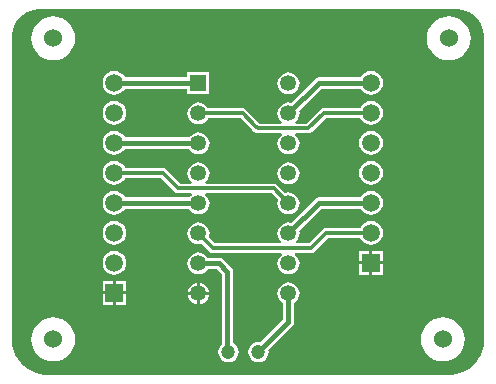
<source format=gtl>
G04*
G04 #@! TF.GenerationSoftware,Altium Limited,Altium Designer,20.1.8 (145)*
G04*
G04 Layer_Physical_Order=1*
G04 Layer_Color=255*
%FSAX24Y24*%
%MOIN*%
G70*
G04*
G04 #@! TF.SameCoordinates,338F7E7C-1A28-4B59-A632-54628AB16209*
G04*
G04*
G04 #@! TF.FilePolarity,Positive*
G04*
G01*
G75*
%ADD12C,0.0100*%
%ADD19C,0.0120*%
%ADD20C,0.0180*%
%ADD21C,0.0531*%
%ADD22R,0.0531X0.0531*%
%ADD23C,0.0600*%
%ADD24C,0.0591*%
%ADD25R,0.0591X0.0591*%
%ADD26C,0.0472*%
G36*
X038673Y031065D02*
X038852Y030990D01*
X039013Y030883D01*
X039150Y030746D01*
X039258Y030584D01*
X039332Y030405D01*
X039370Y030215D01*
X039370Y030118D01*
X039370Y030118D01*
X039370Y030118D01*
X039370Y020079D01*
X039370Y020001D01*
X039350Y019848D01*
X039310Y019698D01*
X039251Y019555D01*
X039173Y019421D01*
X039079Y019298D01*
X038969Y019189D01*
X038847Y019095D01*
X038712Y019017D01*
X038569Y018958D01*
X038420Y018918D01*
X038266Y018898D01*
X038189Y018898D01*
X024803Y018898D01*
X024726D01*
X024572Y018918D01*
X024423Y018958D01*
X024280Y019017D01*
X024146Y019095D01*
X024023Y019189D01*
X023913Y019298D01*
X023819Y019421D01*
X023742Y019555D01*
X023682Y019698D01*
X023642Y019848D01*
X023622Y020001D01*
Y020079D01*
X023622Y030118D01*
Y030215D01*
X023660Y030405D01*
X023734Y030584D01*
X023842Y030746D01*
X023979Y030883D01*
X024140Y030990D01*
X024319Y031065D01*
X024509Y031102D01*
X024606Y031102D01*
X024606Y031102D01*
X038386Y031102D01*
X038483Y031102D01*
X038673Y031065D01*
D02*
G37*
%LPC*%
G36*
X038189Y030852D02*
X038046Y030837D01*
X037908Y030796D01*
X037781Y030728D01*
X037670Y030637D01*
X037579Y030526D01*
X037511Y030399D01*
X037470Y030261D01*
X037456Y030118D01*
X037470Y029975D01*
X037511Y029837D01*
X037579Y029711D01*
X037670Y029599D01*
X037781Y029508D01*
X037908Y029440D01*
X038046Y029399D01*
X038189Y029385D01*
X038332Y029399D01*
X038470Y029440D01*
X038596Y029508D01*
X038708Y029599D01*
X038799Y029711D01*
X038867Y029837D01*
X038908Y029975D01*
X038922Y030118D01*
X038908Y030261D01*
X038867Y030399D01*
X038799Y030526D01*
X038708Y030637D01*
X038596Y030728D01*
X038470Y030796D01*
X038332Y030837D01*
X038189Y030852D01*
D02*
G37*
G36*
X025000D02*
X024857Y030837D01*
X024719Y030796D01*
X024593Y030728D01*
X024481Y030637D01*
X024390Y030526D01*
X024322Y030399D01*
X024281Y030261D01*
X024267Y030118D01*
X024281Y029975D01*
X024322Y029837D01*
X024390Y029711D01*
X024481Y029599D01*
X024593Y029508D01*
X024719Y029440D01*
X024857Y029399D01*
X025000Y029385D01*
X025143Y029399D01*
X025281Y029440D01*
X025407Y029508D01*
X025519Y029599D01*
X025610Y029711D01*
X025678Y029837D01*
X025719Y029975D01*
X025733Y030118D01*
X025719Y030261D01*
X025678Y030399D01*
X025610Y030526D01*
X025519Y030637D01*
X025407Y030728D01*
X025281Y030796D01*
X025143Y030837D01*
X025000Y030852D01*
D02*
G37*
G36*
X027044Y029028D02*
X026941Y029014D01*
X026844Y028974D01*
X026762Y028911D01*
X026698Y028828D01*
X026659Y028732D01*
X026645Y028629D01*
X026659Y028526D01*
X026698Y028430D01*
X026762Y028347D01*
X026844Y028284D01*
X026941Y028244D01*
X027044Y028230D01*
X027147Y028244D01*
X027243Y028284D01*
X027326Y028347D01*
X027389Y028430D01*
X027391Y028435D01*
X029478D01*
Y028247D01*
X030209D01*
Y028978D01*
X029478D01*
Y028823D01*
X027391D01*
X027389Y028828D01*
X027326Y028911D01*
X027243Y028974D01*
X027147Y029014D01*
X027044Y029028D01*
D02*
G37*
G36*
X032844Y028981D02*
X032748Y028969D01*
X032659Y028932D01*
X032583Y028873D01*
X032524Y028797D01*
X032487Y028708D01*
X032475Y028613D01*
X032487Y028517D01*
X032524Y028428D01*
X032583Y028352D01*
X032659Y028293D01*
X032748Y028256D01*
X032844Y028244D01*
X032939Y028256D01*
X033028Y028293D01*
X033105Y028352D01*
X033163Y028428D01*
X033200Y028517D01*
X033213Y028613D01*
X033200Y028708D01*
X033163Y028797D01*
X033105Y028873D01*
X033028Y028932D01*
X032939Y028969D01*
X032844Y028981D01*
D02*
G37*
G36*
X035594Y029028D02*
X035491Y029014D01*
X035394Y028974D01*
X035312Y028911D01*
X035248Y028828D01*
X035246Y028823D01*
X033860D01*
X033786Y028808D01*
X033723Y028766D01*
X032928Y027970D01*
X032844Y027982D01*
X032748Y027969D01*
X032659Y027932D01*
X032583Y027873D01*
X032524Y027797D01*
X032487Y027708D01*
X032475Y027613D01*
X032487Y027517D01*
X032524Y027428D01*
X032583Y027352D01*
X032620Y027323D01*
X032603Y027273D01*
X031888D01*
X031433Y027728D01*
X031380Y027763D01*
X031317Y027776D01*
X030172D01*
X030163Y027797D01*
X030105Y027873D01*
X030028Y027932D01*
X029939Y027969D01*
X029844Y027982D01*
X029748Y027969D01*
X029659Y027932D01*
X029583Y027873D01*
X029524Y027797D01*
X029487Y027708D01*
X029475Y027613D01*
X029487Y027517D01*
X029524Y027428D01*
X029583Y027352D01*
X029659Y027293D01*
X029748Y027256D01*
X029844Y027244D01*
X029939Y027256D01*
X030028Y027293D01*
X030105Y027352D01*
X030163Y027428D01*
X030172Y027449D01*
X031250D01*
X031625Y027074D01*
X031705Y026995D01*
X031758Y026959D01*
X031820Y026947D01*
X032596D01*
X032613Y026897D01*
X032583Y026873D01*
X032524Y026797D01*
X032487Y026708D01*
X032475Y026613D01*
X032487Y026517D01*
X032524Y026428D01*
X032583Y026352D01*
X032659Y026293D01*
X032748Y026256D01*
X032844Y026244D01*
X032939Y026256D01*
X033028Y026293D01*
X033105Y026352D01*
X033163Y026428D01*
X033200Y026517D01*
X033213Y026613D01*
X033200Y026708D01*
X033163Y026797D01*
X033105Y026873D01*
X033074Y026897D01*
X033091Y026947D01*
X033510D01*
X033572Y026959D01*
X033625Y026995D01*
X034097Y027466D01*
X035233D01*
X035248Y027430D01*
X035312Y027347D01*
X035394Y027284D01*
X035491Y027244D01*
X035594Y027230D01*
X035697Y027244D01*
X035793Y027284D01*
X035876Y027347D01*
X035939Y027430D01*
X035979Y027526D01*
X035992Y027629D01*
X035979Y027732D01*
X035939Y027828D01*
X035876Y027911D01*
X035793Y027974D01*
X035697Y028014D01*
X035594Y028028D01*
X035491Y028014D01*
X035394Y027974D01*
X035312Y027911D01*
X035248Y027828D01*
X035233Y027792D01*
X034029D01*
X033967Y027780D01*
X033914Y027744D01*
X033442Y027273D01*
X033084D01*
X033067Y027323D01*
X033105Y027352D01*
X033163Y027428D01*
X033200Y027517D01*
X033213Y027613D01*
X033202Y027696D01*
X033940Y028435D01*
X035246D01*
X035248Y028430D01*
X035312Y028347D01*
X035394Y028284D01*
X035491Y028244D01*
X035594Y028230D01*
X035697Y028244D01*
X035793Y028284D01*
X035876Y028347D01*
X035939Y028430D01*
X035979Y028526D01*
X035992Y028629D01*
X035979Y028732D01*
X035939Y028828D01*
X035876Y028911D01*
X035793Y028974D01*
X035697Y029014D01*
X035594Y029028D01*
D02*
G37*
G36*
X027044Y028028D02*
X026941Y028014D01*
X026844Y027974D01*
X026762Y027911D01*
X026698Y027828D01*
X026659Y027732D01*
X026645Y027629D01*
X026659Y027526D01*
X026698Y027430D01*
X026762Y027347D01*
X026844Y027284D01*
X026941Y027244D01*
X027044Y027230D01*
X027147Y027244D01*
X027243Y027284D01*
X027326Y027347D01*
X027389Y027430D01*
X027429Y027526D01*
X027442Y027629D01*
X027429Y027732D01*
X027389Y027828D01*
X027326Y027911D01*
X027243Y027974D01*
X027147Y028014D01*
X027044Y028028D01*
D02*
G37*
G36*
Y027028D02*
X026941Y027014D01*
X026844Y026974D01*
X026762Y026911D01*
X026698Y026828D01*
X026659Y026732D01*
X026645Y026629D01*
X026659Y026526D01*
X026698Y026430D01*
X026762Y026347D01*
X026844Y026284D01*
X026941Y026244D01*
X027044Y026230D01*
X027147Y026244D01*
X027243Y026284D01*
X027326Y026347D01*
X027387Y026427D01*
X029525D01*
X029583Y026352D01*
X029659Y026293D01*
X029748Y026256D01*
X029844Y026244D01*
X029939Y026256D01*
X030028Y026293D01*
X030105Y026352D01*
X030163Y026428D01*
X030200Y026517D01*
X030213Y026613D01*
X030200Y026708D01*
X030163Y026797D01*
X030105Y026873D01*
X030028Y026932D01*
X029939Y026969D01*
X029844Y026981D01*
X029748Y026969D01*
X029659Y026932D01*
X029583Y026873D01*
X029538Y026814D01*
X027395D01*
X027389Y026828D01*
X027326Y026911D01*
X027243Y026974D01*
X027147Y027014D01*
X027044Y027028D01*
D02*
G37*
G36*
X035594D02*
X035491Y027014D01*
X035394Y026974D01*
X035312Y026911D01*
X035248Y026828D01*
X035209Y026732D01*
X035195Y026629D01*
X035209Y026526D01*
X035248Y026430D01*
X035312Y026347D01*
X035394Y026284D01*
X035491Y026244D01*
X035594Y026230D01*
X035697Y026244D01*
X035793Y026284D01*
X035876Y026347D01*
X035939Y026430D01*
X035979Y026526D01*
X035992Y026629D01*
X035979Y026732D01*
X035939Y026828D01*
X035876Y026911D01*
X035793Y026974D01*
X035697Y027014D01*
X035594Y027028D01*
D02*
G37*
G36*
X032844Y025982D02*
X032748Y025969D01*
X032659Y025932D01*
X032583Y025873D01*
X032524Y025797D01*
X032487Y025708D01*
X032475Y025613D01*
X032487Y025517D01*
X032524Y025428D01*
X032583Y025352D01*
X032659Y025293D01*
X032748Y025256D01*
X032844Y025244D01*
X032939Y025256D01*
X033028Y025293D01*
X033105Y025352D01*
X033163Y025428D01*
X033200Y025517D01*
X033213Y025613D01*
X033200Y025708D01*
X033163Y025797D01*
X033105Y025873D01*
X033028Y025932D01*
X032939Y025969D01*
X032844Y025982D01*
D02*
G37*
G36*
X035594Y026028D02*
X035491Y026014D01*
X035394Y025974D01*
X035312Y025911D01*
X035248Y025828D01*
X035209Y025732D01*
X035195Y025629D01*
X035209Y025526D01*
X035248Y025430D01*
X035312Y025347D01*
X035394Y025284D01*
X035491Y025244D01*
X035594Y025230D01*
X035697Y025244D01*
X035793Y025284D01*
X035876Y025347D01*
X035939Y025430D01*
X035979Y025526D01*
X035992Y025629D01*
X035979Y025732D01*
X035939Y025828D01*
X035876Y025911D01*
X035793Y025974D01*
X035697Y026014D01*
X035594Y026028D01*
D02*
G37*
G36*
X027044D02*
X026941Y026014D01*
X026844Y025974D01*
X026762Y025911D01*
X026698Y025828D01*
X026659Y025732D01*
X026645Y025629D01*
X026659Y025526D01*
X026698Y025430D01*
X026762Y025347D01*
X026844Y025284D01*
X026941Y025244D01*
X027044Y025230D01*
X027147Y025244D01*
X027243Y025284D01*
X027326Y025347D01*
X027389Y025430D01*
X027404Y025466D01*
X028583D01*
X029055Y024995D01*
X029108Y024959D01*
X029170Y024947D01*
X029596D01*
X029613Y024897D01*
X029583Y024873D01*
X029538Y024814D01*
X027395D01*
X027389Y024828D01*
X027326Y024911D01*
X027243Y024974D01*
X027147Y025014D01*
X027044Y025028D01*
X026941Y025014D01*
X026844Y024974D01*
X026762Y024911D01*
X026698Y024828D01*
X026659Y024732D01*
X026645Y024629D01*
X026659Y024526D01*
X026698Y024430D01*
X026762Y024347D01*
X026844Y024284D01*
X026941Y024244D01*
X027044Y024230D01*
X027147Y024244D01*
X027243Y024284D01*
X027326Y024347D01*
X027387Y024427D01*
X029525D01*
X029583Y024352D01*
X029659Y024293D01*
X029748Y024256D01*
X029844Y024244D01*
X029939Y024256D01*
X030028Y024293D01*
X030105Y024352D01*
X030163Y024428D01*
X030200Y024517D01*
X030213Y024613D01*
X030200Y024708D01*
X030163Y024797D01*
X030105Y024873D01*
X030074Y024897D01*
X030091Y024947D01*
X032279D01*
X032496Y024729D01*
X032487Y024708D01*
X032475Y024613D01*
X032487Y024517D01*
X032524Y024428D01*
X032583Y024352D01*
X032659Y024293D01*
X032748Y024256D01*
X032844Y024244D01*
X032939Y024256D01*
X033028Y024293D01*
X033105Y024352D01*
X033163Y024428D01*
X033200Y024517D01*
X033213Y024613D01*
X033200Y024708D01*
X033163Y024797D01*
X033105Y024873D01*
X033028Y024932D01*
X032939Y024969D01*
X032844Y024982D01*
X032748Y024969D01*
X032727Y024960D01*
X032462Y025225D01*
X032409Y025261D01*
X032346Y025273D01*
X030084D01*
X030067Y025323D01*
X030105Y025352D01*
X030163Y025428D01*
X030200Y025517D01*
X030213Y025613D01*
X030200Y025708D01*
X030163Y025797D01*
X030105Y025873D01*
X030028Y025932D01*
X029939Y025969D01*
X029844Y025982D01*
X029748Y025969D01*
X029659Y025932D01*
X029583Y025873D01*
X029524Y025797D01*
X029487Y025708D01*
X029475Y025613D01*
X029487Y025517D01*
X029524Y025428D01*
X029583Y025352D01*
X029620Y025323D01*
X029603Y025273D01*
X029238D01*
X028766Y025744D01*
X028713Y025780D01*
X028651Y025792D01*
X027404D01*
X027389Y025828D01*
X027326Y025911D01*
X027243Y025974D01*
X027147Y026014D01*
X027044Y026028D01*
D02*
G37*
G36*
X035594Y025028D02*
X035491Y025014D01*
X035394Y024974D01*
X035312Y024911D01*
X035248Y024828D01*
X035246Y024823D01*
X033860D01*
X033786Y024808D01*
X033723Y024766D01*
X032928Y023970D01*
X032844Y023981D01*
X032748Y023969D01*
X032659Y023932D01*
X032583Y023873D01*
X032524Y023797D01*
X032487Y023708D01*
X032475Y023613D01*
X032487Y023517D01*
X032524Y023428D01*
X032583Y023352D01*
X032607Y023333D01*
X032590Y023283D01*
X030404D01*
X030191Y023496D01*
X030200Y023517D01*
X030213Y023613D01*
X030200Y023708D01*
X030163Y023797D01*
X030105Y023873D01*
X030028Y023932D01*
X029939Y023969D01*
X029844Y023981D01*
X029748Y023969D01*
X029659Y023932D01*
X029583Y023873D01*
X029524Y023797D01*
X029487Y023708D01*
X029475Y023613D01*
X029487Y023517D01*
X029524Y023428D01*
X029583Y023352D01*
X029659Y023293D01*
X029748Y023256D01*
X029844Y023244D01*
X029939Y023256D01*
X029960Y023265D01*
X030221Y023005D01*
X030274Y022969D01*
X030336Y022957D01*
X032609D01*
X032626Y022907D01*
X032583Y022873D01*
X032524Y022797D01*
X032487Y022708D01*
X032475Y022613D01*
X032487Y022517D01*
X032524Y022428D01*
X032583Y022352D01*
X032659Y022293D01*
X032748Y022256D01*
X032844Y022244D01*
X032939Y022256D01*
X033028Y022293D01*
X033105Y022352D01*
X033163Y022428D01*
X033200Y022517D01*
X033213Y022613D01*
X033200Y022708D01*
X033163Y022797D01*
X033105Y022873D01*
X033061Y022907D01*
X033078Y022957D01*
X033592D01*
X033654Y022969D01*
X033707Y023005D01*
X034168Y023466D01*
X035233D01*
X035248Y023430D01*
X035312Y023347D01*
X035394Y023284D01*
X035491Y023244D01*
X035594Y023230D01*
X035697Y023244D01*
X035793Y023284D01*
X035876Y023347D01*
X035939Y023430D01*
X035979Y023526D01*
X035992Y023629D01*
X035979Y023732D01*
X035939Y023828D01*
X035876Y023911D01*
X035793Y023974D01*
X035697Y024014D01*
X035594Y024028D01*
X035491Y024014D01*
X035394Y023974D01*
X035312Y023911D01*
X035248Y023828D01*
X035233Y023792D01*
X034101D01*
X034038Y023780D01*
X033985Y023744D01*
X033524Y023283D01*
X033097D01*
X033080Y023333D01*
X033105Y023352D01*
X033163Y023428D01*
X033200Y023517D01*
X033213Y023613D01*
X033202Y023696D01*
X033940Y024435D01*
X035246D01*
X035248Y024430D01*
X035312Y024347D01*
X035394Y024284D01*
X035491Y024244D01*
X035594Y024230D01*
X035697Y024244D01*
X035793Y024284D01*
X035876Y024347D01*
X035939Y024430D01*
X035979Y024526D01*
X035992Y024629D01*
X035979Y024732D01*
X035939Y024828D01*
X035876Y024911D01*
X035793Y024974D01*
X035697Y025014D01*
X035594Y025028D01*
D02*
G37*
G36*
X027044Y024028D02*
X026941Y024014D01*
X026844Y023974D01*
X026762Y023911D01*
X026698Y023828D01*
X026659Y023732D01*
X026645Y023629D01*
X026659Y023526D01*
X026698Y023430D01*
X026762Y023347D01*
X026844Y023284D01*
X026941Y023244D01*
X027044Y023230D01*
X027147Y023244D01*
X027243Y023284D01*
X027326Y023347D01*
X027389Y023430D01*
X027429Y023526D01*
X027442Y023629D01*
X027429Y023732D01*
X027389Y023828D01*
X027326Y023911D01*
X027243Y023974D01*
X027147Y024014D01*
X027044Y024028D01*
D02*
G37*
G36*
X035989Y023024D02*
X035644D01*
Y022679D01*
X035989D01*
Y023024D01*
D02*
G37*
G36*
X035544D02*
X035198D01*
Y022679D01*
X035544D01*
Y023024D01*
D02*
G37*
G36*
X035989Y022579D02*
X035644D01*
Y022234D01*
X035989D01*
Y022579D01*
D02*
G37*
G36*
X035544D02*
X035198D01*
Y022234D01*
X035544D01*
Y022579D01*
D02*
G37*
G36*
X027044Y023028D02*
X026941Y023014D01*
X026844Y022974D01*
X026762Y022911D01*
X026698Y022828D01*
X026659Y022732D01*
X026645Y022629D01*
X026659Y022526D01*
X026698Y022430D01*
X026762Y022347D01*
X026844Y022284D01*
X026941Y022244D01*
X027044Y022230D01*
X027147Y022244D01*
X027243Y022284D01*
X027326Y022347D01*
X027389Y022430D01*
X027429Y022526D01*
X027442Y022629D01*
X027429Y022732D01*
X027389Y022828D01*
X027326Y022911D01*
X027243Y022974D01*
X027147Y023014D01*
X027044Y023028D01*
D02*
G37*
G36*
X027439Y022024D02*
X027094D01*
Y021679D01*
X027439D01*
Y022024D01*
D02*
G37*
G36*
X026994D02*
X026648D01*
Y021679D01*
X026994D01*
Y022024D01*
D02*
G37*
G36*
X029894Y021975D02*
Y021663D01*
X030206D01*
X030200Y021708D01*
X030163Y021797D01*
X030105Y021873D01*
X030028Y021932D01*
X029939Y021969D01*
X029894Y021975D01*
D02*
G37*
G36*
X029794D02*
X029748Y021969D01*
X029659Y021932D01*
X029583Y021873D01*
X029524Y021797D01*
X029487Y021708D01*
X029481Y021663D01*
X029794D01*
Y021975D01*
D02*
G37*
G36*
X030206Y021563D02*
X029894D01*
Y021250D01*
X029939Y021256D01*
X030028Y021293D01*
X030105Y021352D01*
X030163Y021428D01*
X030200Y021517D01*
X030206Y021563D01*
D02*
G37*
G36*
X029794D02*
X029481D01*
X029487Y021517D01*
X029524Y021428D01*
X029583Y021352D01*
X029659Y021293D01*
X029748Y021256D01*
X029794Y021250D01*
Y021563D01*
D02*
G37*
G36*
X027439Y021579D02*
X027094D01*
Y021234D01*
X027439D01*
Y021579D01*
D02*
G37*
G36*
X026994D02*
X026648D01*
Y021234D01*
X026994D01*
Y021579D01*
D02*
G37*
G36*
X032844Y021981D02*
X032748Y021969D01*
X032659Y021932D01*
X032583Y021873D01*
X032524Y021797D01*
X032487Y021708D01*
X032475Y021613D01*
X032487Y021517D01*
X032524Y021428D01*
X032583Y021352D01*
X032650Y021300D01*
Y020737D01*
X031901Y019988D01*
X031844Y019995D01*
X031756Y019984D01*
X031674Y019950D01*
X031604Y019896D01*
X031550Y019826D01*
X031516Y019744D01*
X031505Y019656D01*
X031516Y019569D01*
X031550Y019487D01*
X031604Y019417D01*
X031674Y019363D01*
X031756Y019329D01*
X031844Y019317D01*
X031931Y019329D01*
X032013Y019363D01*
X032083Y019417D01*
X032137Y019487D01*
X032171Y019569D01*
X032183Y019656D01*
X032175Y019714D01*
X032981Y020519D01*
X033023Y020582D01*
X033037Y020656D01*
Y021300D01*
X033105Y021352D01*
X033163Y021428D01*
X033200Y021517D01*
X033213Y021613D01*
X033200Y021708D01*
X033163Y021797D01*
X033105Y021873D01*
X033028Y021932D01*
X032939Y021969D01*
X032844Y021981D01*
D02*
G37*
G36*
X037992Y020812D02*
X037849Y020798D01*
X037711Y020756D01*
X037585Y020689D01*
X037473Y020597D01*
X037382Y020486D01*
X037315Y020359D01*
X037273Y020222D01*
X037259Y020079D01*
X037273Y019936D01*
X037315Y019798D01*
X037382Y019671D01*
X037473Y019560D01*
X037585Y019469D01*
X037711Y019401D01*
X037849Y019359D01*
X037992Y019345D01*
X038135Y019359D01*
X038273Y019401D01*
X038400Y019469D01*
X038511Y019560D01*
X038602Y019671D01*
X038670Y019798D01*
X038711Y019936D01*
X038726Y020079D01*
X038711Y020222D01*
X038670Y020359D01*
X038602Y020486D01*
X038511Y020597D01*
X038400Y020689D01*
X038273Y020756D01*
X038135Y020798D01*
X037992Y020812D01*
D02*
G37*
G36*
X025000D02*
X024857Y020798D01*
X024719Y020756D01*
X024593Y020689D01*
X024481Y020597D01*
X024390Y020486D01*
X024322Y020359D01*
X024281Y020222D01*
X024267Y020079D01*
X024281Y019936D01*
X024322Y019798D01*
X024390Y019671D01*
X024481Y019560D01*
X024593Y019469D01*
X024719Y019401D01*
X024857Y019359D01*
X025000Y019345D01*
X025143Y019359D01*
X025281Y019401D01*
X025407Y019469D01*
X025519Y019560D01*
X025610Y019671D01*
X025678Y019798D01*
X025719Y019936D01*
X025733Y020079D01*
X025719Y020222D01*
X025678Y020359D01*
X025610Y020486D01*
X025519Y020597D01*
X025407Y020689D01*
X025281Y020756D01*
X025143Y020798D01*
X025000Y020812D01*
D02*
G37*
G36*
X029844Y022982D02*
X029748Y022969D01*
X029659Y022932D01*
X029583Y022873D01*
X029524Y022797D01*
X029487Y022708D01*
X029475Y022613D01*
X029487Y022517D01*
X029524Y022428D01*
X029583Y022352D01*
X029659Y022293D01*
X029748Y022256D01*
X029844Y022244D01*
X029939Y022256D01*
X030028Y022293D01*
X030105Y022352D01*
X030156Y022419D01*
X030450D01*
X030613Y022255D01*
Y019903D01*
X030604Y019896D01*
X030550Y019826D01*
X030516Y019744D01*
X030505Y019656D01*
X030516Y019569D01*
X030550Y019487D01*
X030604Y019417D01*
X030674Y019363D01*
X030756Y019329D01*
X030844Y019317D01*
X030931Y019329D01*
X031013Y019363D01*
X031084Y019417D01*
X031137Y019487D01*
X031171Y019569D01*
X031183Y019656D01*
X031171Y019744D01*
X031137Y019826D01*
X031084Y019896D01*
X031013Y019950D01*
X031001Y019955D01*
Y022336D01*
X030986Y022410D01*
X030944Y022472D01*
X030667Y022750D01*
X030604Y022792D01*
X030530Y022806D01*
X030156D01*
X030105Y022873D01*
X030028Y022932D01*
X029939Y022969D01*
X029844Y022982D01*
D02*
G37*
%LPD*%
D12*
X029827Y028629D02*
X029844Y028613D01*
X027044Y021629D02*
X027060Y021613D01*
D19*
X032346Y025110D02*
X032844Y024613D01*
X029170Y025110D02*
X032346D01*
X027044Y025629D02*
X028651D01*
X029170Y025110D01*
X031740Y027190D02*
X031820Y027110D01*
X029844Y027613D02*
X031317D01*
X031740Y027190D01*
X031820Y027110D02*
X033510D01*
X034029Y027629D02*
X035594D01*
X033510Y027110D02*
X034029Y027629D01*
X034101Y023629D02*
X035594D01*
X033592Y023120D02*
X034101Y023629D01*
X029844Y023613D02*
X030336Y023120D01*
X033592D01*
D20*
X032844Y025613D02*
X032866Y025591D01*
X033860Y028629D02*
X035594D01*
X032844Y027613D02*
X033860Y028629D01*
X032844Y023613D02*
X033860Y024629D01*
X035594D01*
Y023629D02*
X035672Y023707D01*
X031844Y019656D02*
X032844Y020656D01*
Y021613D01*
X027044Y025629D02*
X027063Y025610D01*
X035585Y022638D02*
X035594Y022629D01*
X029836Y024621D02*
X029844Y024613D01*
X027044Y024629D02*
X027052Y024621D01*
X029836D01*
Y026621D02*
X029844Y026613D01*
X027052Y026621D02*
X029836D01*
X027044Y026629D02*
X027052Y026621D01*
X030807Y019693D02*
Y022336D01*
X029844Y022613D02*
X030530D01*
X030807Y022336D01*
Y019693D02*
X030844Y019656D01*
X027044Y028629D02*
X029827D01*
D21*
X032844Y028613D02*
D03*
Y027613D02*
D03*
Y026613D02*
D03*
Y025613D02*
D03*
Y024613D02*
D03*
Y023613D02*
D03*
Y022613D02*
D03*
Y021613D02*
D03*
X029844D02*
D03*
Y022613D02*
D03*
Y023613D02*
D03*
Y024613D02*
D03*
Y025613D02*
D03*
Y026613D02*
D03*
Y027613D02*
D03*
D22*
Y028613D02*
D03*
D23*
X025000Y020079D02*
D03*
X037992D02*
D03*
X038189Y030118D02*
D03*
X025000D02*
D03*
D24*
X035594Y024629D02*
D03*
Y023629D02*
D03*
Y025629D02*
D03*
Y026629D02*
D03*
Y027629D02*
D03*
Y028629D02*
D03*
X027044D02*
D03*
Y027629D02*
D03*
Y026629D02*
D03*
Y025629D02*
D03*
Y024629D02*
D03*
Y023629D02*
D03*
Y022629D02*
D03*
D25*
X035594D02*
D03*
X027044Y021629D02*
D03*
D26*
X031844Y019656D02*
D03*
X030844D02*
D03*
M02*

</source>
